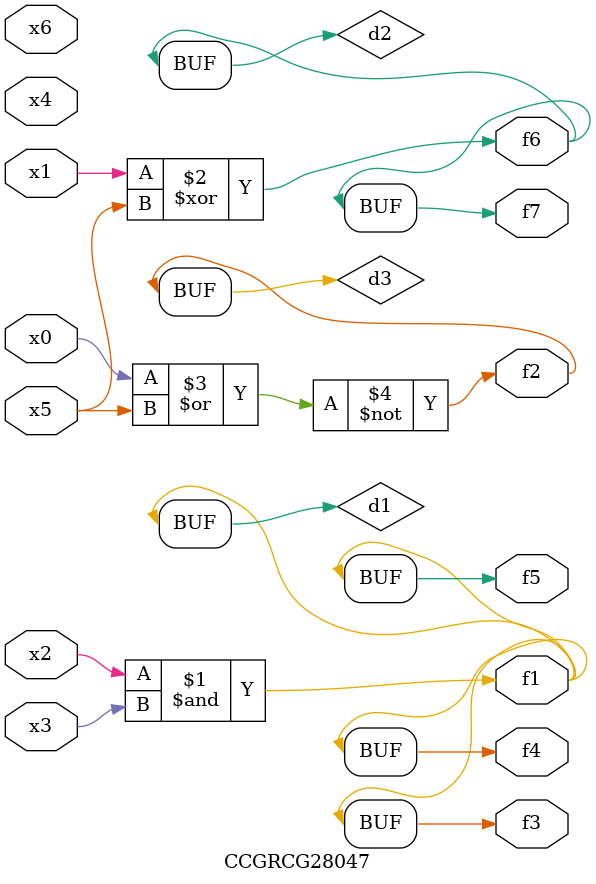
<source format=v>
module CCGRCG28047(
	input x0, x1, x2, x3, x4, x5, x6,
	output f1, f2, f3, f4, f5, f6, f7
);

	wire d1, d2, d3;

	and (d1, x2, x3);
	xor (d2, x1, x5);
	nor (d3, x0, x5);
	assign f1 = d1;
	assign f2 = d3;
	assign f3 = d1;
	assign f4 = d1;
	assign f5 = d1;
	assign f6 = d2;
	assign f7 = d2;
endmodule

</source>
